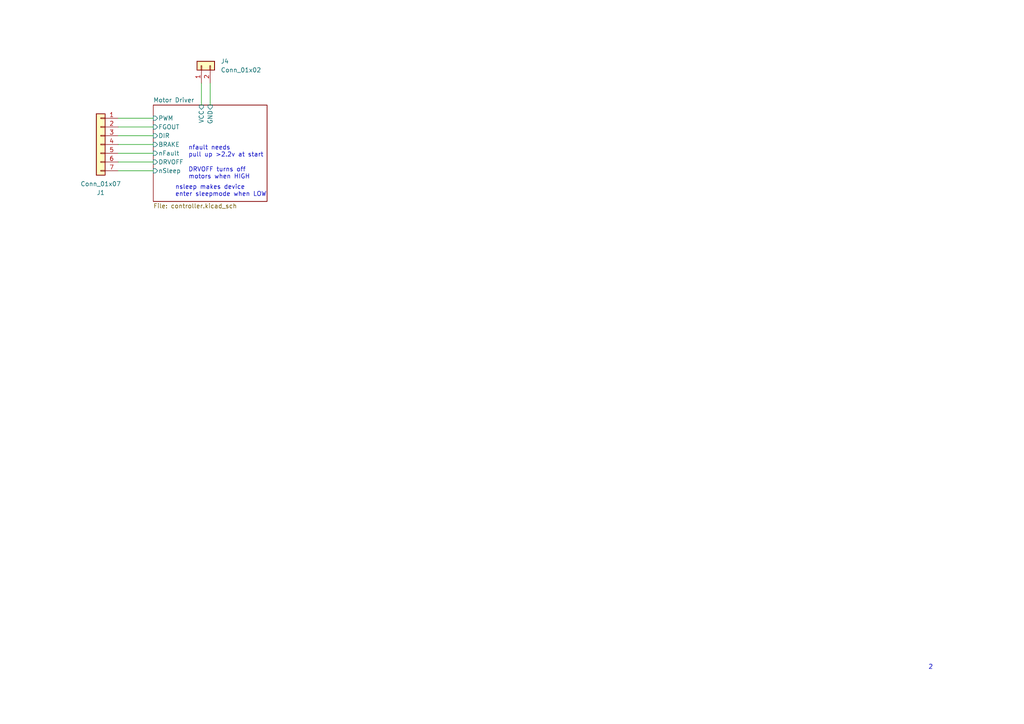
<source format=kicad_sch>
(kicad_sch (version 20230121) (generator eeschema)
  (paper "A4")
  (lib_symbols
    (symbol "Connector_Generic:Conn_01x02" (pin_names (offset 1.016) hide)
      (property "Reference" "J" (at 0 2.54 0))
      (property "Value" "Conn_01x02" (at 0 -5.08 0))
      (symbol "Conn_01x02_1_1"
        (rectangle (start -1.27 -2.413) (end 0 -2.667) (stroke (width 0.1524)))
        (rectangle (start -1.27 0.127) (end 0 -0.127) (stroke (width 0.1524)))
        (rectangle (start -1.27 1.27) (end 1.27 -3.81) (stroke (width 0.254)) (fill (type background)))
        (pin passive line (at -5.08 0 0) (length 3.81) (name "Pin_1") (number "1"))
        (pin passive line (at -5.08 -2.54 0) (length 3.81) (name "Pin_2") (number "2"))
      )
    )
    (symbol "Connector_Generic:Conn_01x07" (pin_names (offset 1.016) hide)
      (property "Reference" "J" (at 0 10.16 0))
      (property "Value" "Conn_01x07" (at 0 -10.16 0))
      (symbol "Conn_01x07_1_1"
        (rectangle (start -1.27 -7.493) (end 0 -7.747) (stroke (width 0.1524)))
        (rectangle (start -1.27 -4.953) (end 0 -5.207) (stroke (width 0.1524)))
        (rectangle (start -1.27 -2.413) (end 0 -2.667) (stroke (width 0.1524)))
        (rectangle (start -1.27 0.127) (end 0 -0.127) (stroke (width 0.1524)))
        (rectangle (start -1.27 2.667) (end 0 2.413) (stroke (width 0.1524)))
        (rectangle (start -1.27 5.207) (end 0 4.953) (stroke (width 0.1524)))
        (rectangle (start -1.27 7.747) (end 0 7.493) (stroke (width 0.1524)))
        (rectangle (start -1.27 8.89) (end 1.27 -8.89) (stroke (width 0.254)) (fill (type background)))
        (pin passive line (at -5.08 7.62 0) (length 3.81) (name "Pin_1") (number "1"))
        (pin passive line (at -5.08 5.08 0) (length 3.81) (name "Pin_2") (number "2"))
        (pin passive line (at -5.08 2.54 0) (length 3.81) (name "Pin_3") (number "3"))
        (pin passive line (at -5.08 0 0) (length 3.81) (name "Pin_4") (number "4"))
        (pin passive line (at -5.08 -2.54 0) (length 3.81) (name "Pin_5") (number "5"))
        (pin passive line (at -5.08 -5.08 0) (length 3.81) (name "Pin_6") (number "6"))
        (pin passive line (at -5.08 -7.62 0) (length 3.81) (name "Pin_7") (number "7"))
      )
    )
  )
  (wire (pts (xy 60.96 24.13) (xy 60.96 30.48)))
  (wire (pts (xy 34.29 36.83) (xy 44.45 36.83)))
  (wire (pts (xy 34.29 34.29) (xy 44.45 34.29)))
  (wire (pts (xy 34.29 49.53) (xy 44.45 49.53)))
  (wire (pts (xy 58.42 24.13) (xy 58.42 30.48)))
  (wire (pts (xy 34.29 39.37) (xy 44.45 39.37)))
  (wire (pts (xy 34.29 44.45) (xy 44.45 44.45)))
  (wire (pts (xy 34.29 46.99) (xy 44.45 46.99)))
  (wire (pts (xy 34.29 41.91) (xy 44.45 41.91)))
  (text "nfault needs\npull up >2.2v at start" (at 54.61 45.72 0) (effects (font (size 1.27 1.27)) (justify left bottom)))
  (text "DRVOFF turns off \nmotors when HIGH" (at 54.61 52.07 0) (effects (font (size 1.27 1.27)) (justify left bottom)))
  (text "nsleep makes device \nenter sleepmode when LOW" (at 50.8 57.15 0) (effects (font (size 1.27 1.27)) (justify left bottom)))
  (text "2" (at 269.24 194.31 0) (effects (font (size 1.27 1.27)) (justify left bottom)))
  (symbol (lib_id "Connector_Generic:Conn_01x07") (at 29.21 41.91 0) (mirror y) (unit 1)
    (property "Reference" "J1" (at 29.21 55.88 0))
    (property "Value" "Conn_01x07" (at 29.21 53.34 0))
    (property "Footprint" "Connector_Molex:Molex_KK-254_AE-6410-07A_1x07_P2.54mm_Vertical" (effects hide))
  )
  (symbol (lib_id "Connector_Generic:Conn_01x02") (at 58.42 19.05 90) (unit 1)
    (property "Reference" "J4" (at 64.008 17.78 90) (effects (justify right)))
    (property "Value" "Conn_01x02" (at 64.008 20.32 90) (effects (justify right)))
    (property "Footprint" "Connector_Molex:Molex_KK-254_AE-6410-02A_1x02_P2.54mm_Vertical" (effects hide))
  )
  (sheet (at 44.45 30.48) (size 33.02 27.94) (stroke (width 0.1524))
    (property "Sheetname" "Motor Driver" (at 44.45 29.7684 0) (effects (justify left bottom)))
    (property "Sheetfile" "controller.kicad_sch" (at 44.45 59.0046 0) (effects (justify left top)))
    (pin "FGOUT" input (at 44.45 36.83 180))
    (pin "DIR" input (at 44.45 39.37 180))
    (pin "PWM" input (at 44.45 34.29 180))
    (pin "nSleep" input (at 44.45 49.53 180))
    (pin "DRVOFF" input (at 44.45 46.99 180))
    (pin "nFault" input (at 44.45 44.45 180))
    (pin "BRAKE" input (at 44.45 41.91 180))
    (pin "VCC" input (at 58.42 30.48 90))
    (pin "GND" input (at 60.96 30.48 90))
  )
)
</source>
